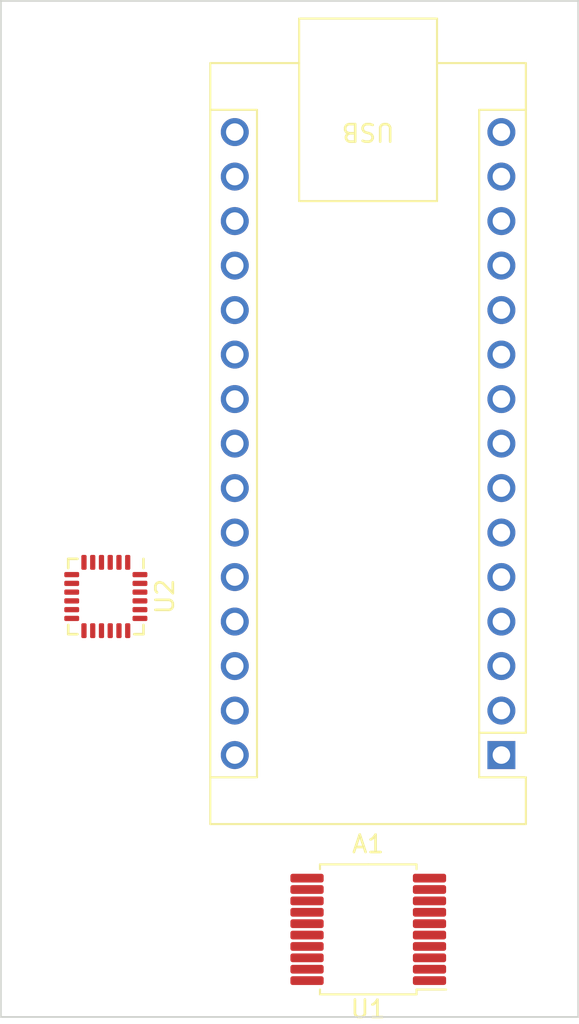
<source format=kicad_pcb>
(kicad_pcb (version 20211014) (generator pcbnew)
  (layers (0 "F.Cu" signal) (31 "B.Cu" signal) (34 "B.Paste" user) (35 "F.Paste" user) (36 "B.SilkS" user "B.Silkscreen") (37 "F.SilkS" user "F.Silkscreen") (38 "B.Mask" user) (39 "F.Mask" user) (44 "Edge.Cuts" user))
  (net 0 "")
  (net 4 "GND")
  (net 14 "Net-(A1-Pad14)")
  (net 15 "Net-(A1-Pad15)")
  (net 16 "Net-(A1-Pad16)")
  (net 23 "Net-(A1-Pad23)")
  (net 24 "Net-(A1-Pad24)")
  (net 29 "+5V")
  (footprint "Sensor_Motion:InvenSense_QFN-24_4x4mm_P0.5mm" (layer "F.Cu") (at 139 109 -90)
    (fp_text reference "U2" (at 0 -3.375 90) (layer "F.SilkS"))
    (fp_text value "MPU-6050")
    (fp_line (start -2.15 2.15) (end -1.625 2.15) (layer "F.SilkS") (width 0.15))
    (fp_line (start -2.15 2.15) (end -2.15 1.625) (layer "F.SilkS") (width 0.15))
    (fp_line (start -2.15 -2.15) (end -1.625 -2.15) (layer "F.SilkS") (width 0.15))
    (fp_line (start 2.15 2.15) (end 1.625 2.15) (layer "F.SilkS") (width 0.15))
    (fp_line (start 2.15 -2.15) (end 2.15 -1.625) (layer "F.SilkS") (width 0.15))
    (fp_line (start 2.15 -2.15) (end 1.625 -2.15) (layer "F.SilkS") (width 0.15))
    (fp_line (start 2.15 2.15) (end 2.15 1.625) (layer "F.SilkS") (width 0.15))
    (pad "1" smd roundrect (at -1.95 -1.25 270) (size 0.85 0.3) (layers "F.Cu" "F.Paste" "F.Mask"))
    (pad "2" smd roundrect (at -1.95 -0.75 270) (size 0.85 0.3) (layers "F.Cu" "F.Paste" "F.Mask"))
    (pad "3" smd roundrect (at -1.95 -0.25 270) (size 0.85 0.3) (layers "F.Cu" "F.Paste" "F.Mask"))
    (pad "4" smd roundrect (at -1.95 0.25 270) (size 0.85 0.3) (layers "F.Cu" "F.Paste" "F.Mask"))
    (pad "5" smd roundrect (at -1.95 0.75 270) (size 0.85 0.3) (layers "F.Cu" "F.Paste" "F.Mask"))
    (pad "6" smd roundrect (at -1.95 1.25 270) (size 0.85 0.3) (layers "F.Cu" "F.Paste" "F.Mask"))
    (pad "7" smd roundrect (at -1.25 1.95) (size 0.85 0.3) (layers "F.Cu" "F.Paste" "F.Mask"))
    (pad "8" smd roundrect (at -0.75 1.95) (size 0.85 0.3) (layers "F.Cu" "F.Paste" "F.Mask"))
    (pad "9" smd roundrect (at -0.25 1.95) (size 0.85 0.3) (layers "F.Cu" "F.Paste" "F.Mask"))
    (pad "10" smd roundrect (at 0.25 1.95) (size 0.85 0.3) (layers "F.Cu" "F.Paste" "F.Mask"))
    (pad "11" smd roundrect (at 0.75 1.95) (size 0.85 0.3) (layers "F.Cu" "F.Paste" "F.Mask"))
    (pad "12" smd roundrect (at 1.25 1.95) (size 0.85 0.3) (layers "F.Cu" "F.Paste" "F.Mask"))
    (pad "13" smd roundrect (at 1.95 1.25 270) (size 0.85 0.3) (layers "F.Cu" "F.Paste" "F.Mask") (net 29 "+5V"))
    (pad "14" smd roundrect (at 1.95 0.75 270) (size 0.85 0.3) (layers "F.Cu" "F.Paste" "F.Mask"))
    (pad "15" smd roundrect (at 1.95 0.25 270) (size 0.85 0.3) (layers "F.Cu" "F.Paste" "F.Mask"))
    (pad "16" smd roundrect (at 1.95 -0.25 270) (size 0.85 0.3) (layers "F.Cu" "F.Paste" "F.Mask"))
    (pad "17" smd roundrect (at 1.95 -0.75 270) (size 0.85 0.3) (layers "F.Cu" "F.Paste" "F.Mask"))
    (pad "18" smd roundrect (at 1.95 -1.25 270) (size 0.85 0.3) (layers "F.Cu" "F.Paste" "F.Mask") (net 4 "GND"))
    (pad "19" smd roundrect (at 1.25 -1.95) (size 0.85 0.3) (layers "F.Cu" "F.Paste" "F.Mask"))
    (pad "20" smd roundrect (at 0.75 -1.95) (size 0.85 0.3) (layers "F.Cu" "F.Paste" "F.Mask"))
    (pad "21" smd roundrect (at 0.25 -1.95) (size 0.85 0.3) (layers "F.Cu" "F.Paste" "F.Mask"))
    (pad "22" smd roundrect (at -0.25 -1.95) (size 0.85 0.3) (layers "F.Cu" "F.Paste" "F.Mask"))
    (pad "23" smd roundrect (at -0.75 -1.95) (size 0.85 0.3) (layers "F.Cu" "F.Paste" "F.Mask") (net 24 "Net-(A1-Pad24)"))
    (pad "24" smd roundrect (at -1.25 -1.95) (size 0.85 0.3) (layers "F.Cu" "F.Paste" "F.Mask") (net 23 "Net-(A1-Pad23)"))
  )
  (footprint "Package_SO:SSOP-20_5.3x7.2mm_P0.65mm" (layer "F.Cu") (at 154 128 180)
    (fp_text reference "U1" (at 0 -4.55) (layer "F.SilkS"))
    (fp_text value "CH376T")
    (fp_line (start -2.76 -3.71) (end -2.76 -3.435) (layer "F.SilkS") (width 0.12))
    (fp_line (start 0 3.71) (end -2.76 3.71) (layer "F.SilkS") (width 0.12))
    (fp_line (start 0 -3.71) (end -2.76 -3.71) (layer "F.SilkS") (width 0.12))
    (fp_line (start 2.76 -3.71) (end 2.76 -3.435) (layer "F.SilkS") (width 0.12))
    (fp_line (start 0 -3.71) (end 2.76 -3.71) (layer "F.SilkS") (width 0.12))
    (fp_line (start 0 3.71) (end 2.76 3.71) (layer "F.SilkS") (width 0.12))
    (fp_line (start 2.76 3.71) (end 2.76 3.435) (layer "F.SilkS") (width 0.12))
    (fp_line (start -2.76 -3.435) (end -4.45 -3.435) (layer "F.SilkS") (width 0.12))
    (fp_line (start -2.76 3.71) (end -2.76 3.435) (layer "F.SilkS") (width 0.12))
    (pad "1" smd roundrect (at -3.5 -2.925 180) (size 1.9 0.5) (layers "F.Cu" "F.Paste" "F.Mask"))
    (pad "2" smd roundrect (at -3.5 -2.275 180) (size 1.9 0.5) (layers "F.Cu" "F.Paste" "F.Mask"))
    (pad "3" smd roundrect (at -3.5 -1.625 180) (size 1.9 0.5) (layers "F.Cu" "F.Paste" "F.Mask"))
    (pad "4" smd roundrect (at -3.5 -0.975 180) (size 1.9 0.5) (layers "F.Cu" "F.Paste" "F.Mask"))
    (pad "5" smd roundrect (at -3.5 -0.325 180) (size 1.9 0.5) (layers "F.Cu" "F.Paste" "F.Mask"))
    (pad "6" smd roundrect (at -3.5 0.325 180) (size 1.9 0.5) (layers "F.Cu" "F.Paste" "F.Mask"))
    (pad "7" smd roundrect (at -3.5 0.975 180) (size 1.9 0.5) (layers "F.Cu" "F.Paste" "F.Mask"))
    (pad "8" smd roundrect (at -3.5 1.625 180) (size 1.9 0.5) (layers "F.Cu" "F.Paste" "F.Mask"))
    (pad "9" smd roundrect (at -3.5 2.275 180) (size 1.9 0.5) (layers "F.Cu" "F.Paste" "F.Mask"))
    (pad "10" smd roundrect (at -3.5 2.925 180) (size 1.9 0.5) (layers "F.Cu" "F.Paste" "F.Mask") (net 4 "GND"))
    (pad "11" smd roundrect (at 3.5 2.925 180) (size 1.9 0.5) (layers "F.Cu" "F.Paste" "F.Mask"))
    (pad "12" smd roundrect (at 3.5 2.275 180) (size 1.9 0.5) (layers "F.Cu" "F.Paste" "F.Mask"))
    (pad "13" smd roundrect (at 3.5 1.625 180) (size 1.9 0.5) (layers "F.Cu" "F.Paste" "F.Mask"))
    (pad "14" smd roundrect (at 3.5 0.975 180) (size 1.9 0.5) (layers "F.Cu" "F.Paste" "F.Mask") (net 16 "Net-(A1-Pad16)"))
    (pad "15" smd roundrect (at 3.5 0.325 180) (size 1.9 0.5) (layers "F.Cu" "F.Paste" "F.Mask") (net 14 "Net-(A1-Pad14)"))
    (pad "16" smd roundrect (at 3.5 -0.325 180) (size 1.9 0.5) (layers "F.Cu" "F.Paste" "F.Mask") (net 15 "Net-(A1-Pad15)"))
    (pad "17" smd roundrect (at 3.5 -0.975 180) (size 1.9 0.5) (layers "F.Cu" "F.Paste" "F.Mask"))
    (pad "18" smd roundrect (at 3.5 -1.625 180) (size 1.9 0.5) (layers "F.Cu" "F.Paste" "F.Mask"))
    (pad "19" smd roundrect (at 3.5 -2.275 180) (size 1.9 0.5) (layers "F.Cu" "F.Paste" "F.Mask"))
    (pad "20" smd roundrect (at 3.5 -2.925 180) (size 1.9 0.5) (layers "F.Cu" "F.Paste" "F.Mask") (net 29 "+5V"))
  )
  (footprint "Module:Arduino_Nano" (layer "F.Cu") (at 161.61 118.05 180)
    (fp_text reference "A1" (at 7.62 -5.08) (layer "F.SilkS"))
    (fp_text value "Arduino_Nano_Every")
    (fp_text user "USB" (at 7.62 35.56 180 unlocked) (layer "F.SilkS"))
    (fp_line (start 13.97 -1.27) (end 13.97 36.83) (layer "F.SilkS") (width 0.12))
    (fp_line (start 3.68 31.62) (end 11.56 31.62) (layer "F.SilkS") (width 0.12))
    (fp_line (start 1.27 -1.27) (end -1.4 -1.27) (layer "F.SilkS") (width 0.12))
    (fp_line (start 11.56 42.04) (end 3.68 42.04) (layer "F.SilkS") (width 0.12))
    (fp_line (start -1.4 39.5) (end 3.68 39.5) (layer "F.SilkS") (width 0.12))
    (fp_line (start 3.68 42.04) (end 3.68 31.62) (layer "F.SilkS") (width 0.12))
    (fp_line (start 1.27 1.27) (end -1.4 1.27) (layer "F.SilkS") (width 0.12))
    (fp_line (start 1.27 1.27) (end 1.27 -1.27) (layer "F.SilkS") (width 0.12))
    (fp_line (start 1.27 36.83) (end -1.4 36.83) (layer "F.SilkS") (width 0.12))
    (fp_line (start -1.4 -3.94) (end -1.4 -1.27) (layer "F.SilkS") (width 0.12))
    (fp_line (start 13.97 -1.27) (end 16.64 -1.27) (layer "F.SilkS") (width 0.12))
    (fp_line (start 16.64 -3.94) (end -1.4 -3.94) (layer "F.SilkS") (width 0.12))
    (fp_line (start -1.4 1.27) (end -1.4 39.5) (layer "F.SilkS") (width 0.12))
    (fp_line (start 13.97 36.83) (end 16.64 36.83) (layer "F.SilkS") (width 0.12))
    (fp_line (start 16.64 39.5) (end 16.64 -3.94) (layer "F.SilkS") (width 0.12))
    (fp_line (start 16.64 39.5) (end 11.56 39.5) (layer "F.SilkS") (width 0.12))
    (fp_line (start 11.56 31.62) (end 11.56 42.04) (layer "F.SilkS") (width 0.12))
    (fp_line (start 1.27 1.27) (end 1.27 36.83) (layer "F.SilkS") (width 0.12))
    (pad "1" thru_hole rect (at 0 0 180) (size 1.6 1.6) (drill 1) (layers *.Cu *.Mask))
    (pad "2" thru_hole oval (at 0 2.54 180) (size 1.6 1.6) (drill 1) (layers *.Cu *.Mask))
    (pad "3" thru_hole oval (at 0 5.08 180) (size 1.6 1.6) (drill 1) (layers *.Cu *.Mask))
    (pad "4" thru_hole oval (at 0 7.62 180) (size 1.6 1.6) (drill 1) (layers *.Cu *.Mask) (net 4 "GND"))
    (pad "5" thru_hole oval (at 0 10.16 180) (size 1.6 1.6) (drill 1) (layers *.Cu *.Mask))
    (pad "6" thru_hole oval (at 0 12.7 180) (size 1.6 1.6) (drill 1) (layers *.Cu *.Mask))
    (pad "7" thru_hole oval (at 0 15.24 180) (size 1.6 1.6) (drill 1) (layers *.Cu *.Mask))
    (pad "8" thru_hole oval (at 0 17.78 180) (size 1.6 1.6) (drill 1) (layers *.Cu *.Mask))
    (pad "9" thru_hole oval (at 0 20.32 180) (size 1.6 1.6) (drill 1) (layers *.Cu *.Mask))
    (pad "10" thru_hole oval (at 0 22.86 180) (size 1.6 1.6) (drill 1) (layers *.Cu *.Mask))
    (pad "11" thru_hole oval (at 0 25.4 180) (size 1.6 1.6) (drill 1) (layers *.Cu *.Mask))
    (pad "12" thru_hole oval (at 0 27.94 180) (size 1.6 1.6) (drill 1) (layers *.Cu *.Mask))
    (pad "13" thru_hole oval (at 0 30.48 180) (size 1.6 1.6) (drill 1) (layers *.Cu *.Mask))
    (pad "14" thru_hole oval (at 0 33.02 180) (size 1.6 1.6) (drill 1) (layers *.Cu *.Mask) (net 14 "Net-(A1-Pad14)"))
    (pad "15" thru_hole oval (at 0 35.56 180) (size 1.6 1.6) (drill 1) (layers *.Cu *.Mask) (net 15 "Net-(A1-Pad15)"))
    (pad "16" thru_hole oval (at 15.24 35.56 180) (size 1.6 1.6) (drill 1) (layers *.Cu *.Mask) (net 16 "Net-(A1-Pad16)"))
    (pad "17" thru_hole oval (at 15.24 33.02 180) (size 1.6 1.6) (drill 1) (layers *.Cu *.Mask))
    (pad "18" thru_hole oval (at 15.24 30.48 180) (size 1.6 1.6) (drill 1) (layers *.Cu *.Mask))
    (pad "19" thru_hole oval (at 15.24 27.94 180) (size 1.6 1.6) (drill 1) (layers *.Cu *.Mask))
    (pad "20" thru_hole oval (at 15.24 25.4 180) (size 1.6 1.6) (drill 1) (layers *.Cu *.Mask))
    (pad "21" thru_hole oval (at 15.24 22.86 180) (size 1.6 1.6) (drill 1) (layers *.Cu *.Mask))
    (pad "22" thru_hole oval (at 15.24 20.32 180) (size 1.6 1.6) (drill 1) (layers *.Cu *.Mask))
    (pad "23" thru_hole oval (at 15.24 17.78 180) (size 1.6 1.6) (drill 1) (layers *.Cu *.Mask) (net 23 "Net-(A1-Pad23)"))
    (pad "24" thru_hole oval (at 15.24 15.24 180) (size 1.6 1.6) (drill 1) (layers *.Cu *.Mask) (net 24 "Net-(A1-Pad24)"))
    (pad "25" thru_hole oval (at 15.24 12.7 180) (size 1.6 1.6) (drill 1) (layers *.Cu *.Mask))
    (pad "26" thru_hole oval (at 15.24 10.16 180) (size 1.6 1.6) (drill 1) (layers *.Cu *.Mask))
    (pad "27" thru_hole oval (at 15.24 7.62 180) (size 1.6 1.6) (drill 1) (layers *.Cu *.Mask))
    (pad "28" thru_hole oval (at 15.24 5.08 180) (size 1.6 1.6) (drill 1) (layers *.Cu *.Mask))
    (pad "29" thru_hole oval (at 15.24 2.54 180) (size 1.6 1.6) (drill 1) (layers *.Cu *.Mask) (net 4 "GND"))
    (pad "30" thru_hole oval (at 15.24 0 180) (size 1.6 1.6) (drill 1) (layers *.Cu *.Mask) (net 29 "+5V"))
  )
  (gr_rect (start 133 75) (end 166 133) (layer "Edge.Cuts") (width 0.1) (fill none))
)
</source>
